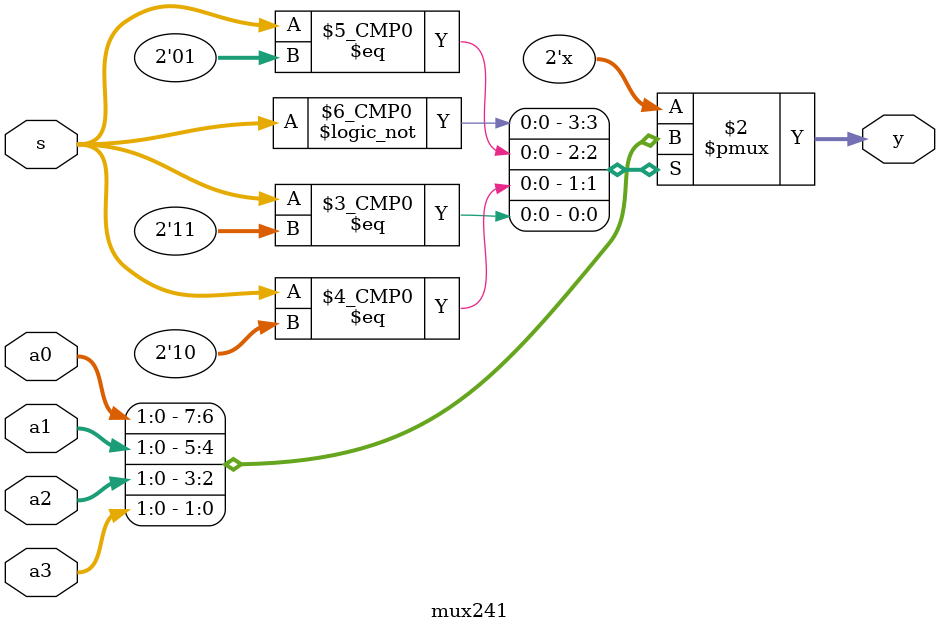
<source format=v>
module mux241(
    input  [1:0] a0,   // 第一组2位输入
    input  [1:0] a1,   // 第二组2位输入
    input  [1:0] a2,   // 第三组2位输入
    input  [1:0] a3,   // 第四组2位输入
    input  [1:0] s,    // 2位选择信号
    output reg [1:0] y // 2位输出
);

always @(*) begin
    case (s)
        2'b00: y = a0;
        2'b01: y = a1;
        2'b10: y = a2;
        2'b11: y = a3;
        default: y = 2'b00; // 安全兜底
    endcase
end

endmodule

</source>
